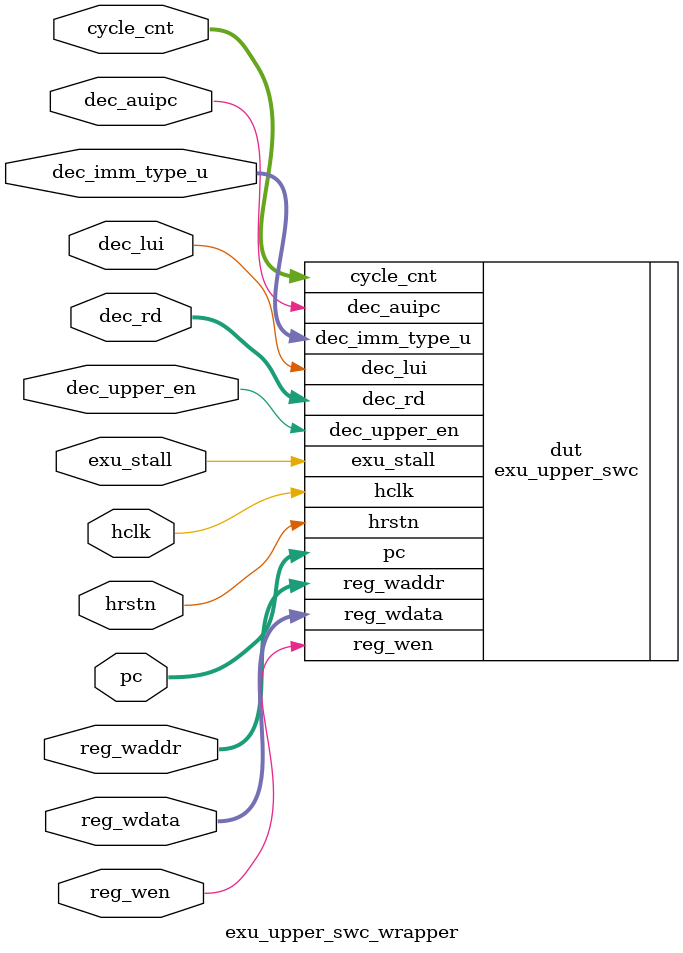
<source format=v>
module exu_upper_swc_wrapper (
    input hclk,
    input hrstn,
    input [3:0] cycle_cnt,
    input dec_upper_en,
    input dec_lui,
    input dec_auipc,
    input [19:0] dec_imm_type_u,
    input [4:0] dec_rd,
    input [31:0] pc,
    input exu_stall,
    inout [4:0] reg_waddr,
    inout reg_wen,
    inout [31:0] reg_wdata
);

    exu_upper_swc dut (
        .hclk(hclk),
        .hrstn(hrstn),
        .cycle_cnt(cycle_cnt),
        .dec_upper_en(dec_upper_en),
        .dec_lui(dec_lui),
        .dec_auipc(dec_auipc),
        .dec_imm_type_u(dec_imm_type_u),
        .dec_rd(dec_rd),
        .pc(pc),
        .exu_stall(exu_stall),
        .reg_waddr(reg_waddr),
        .reg_wen(reg_wen),
        .reg_wdata(reg_wdata)
    );
    initial begin
        $dumpfile("./vcds/exu_upper_swc.vcd");
        $dumpvars(0, exu_upper_swc_wrapper);
    end
endmodule

</source>
